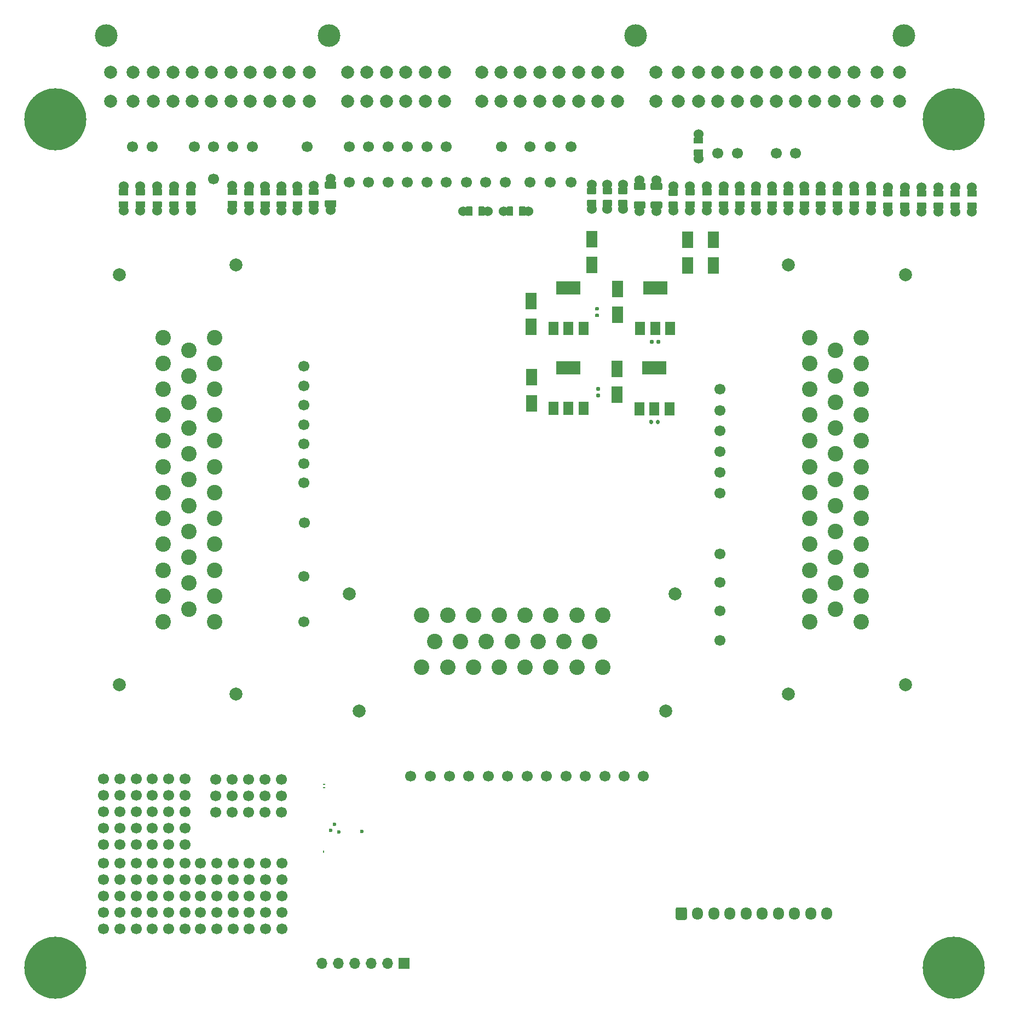
<source format=gts>
G04 #@! TF.GenerationSoftware,KiCad,Pcbnew,(5.99.0-13086-gffd1139cfe)*
G04 #@! TF.CreationDate,2021-12-30T00:07:05+03:00*
G04 #@! TF.ProjectId,proteus-mitsubishi76-adapter,70726f74-6575-4732-9d6d-697473756269,rev?*
G04 #@! TF.SameCoordinates,PX88c1c40PYce16ca0*
G04 #@! TF.FileFunction,Soldermask,Top*
G04 #@! TF.FilePolarity,Negative*
%FSLAX46Y46*%
G04 Gerber Fmt 4.6, Leading zero omitted, Abs format (unit mm)*
G04 Created by KiCad (PCBNEW (5.99.0-13086-gffd1139cfe)) date 2021-12-30 00:07:05*
%MOMM*%
%LPD*%
G01*
G04 APERTURE LIST*
%ADD10C,2.000000*%
%ADD11C,2.400000*%
%ADD12C,1.700000*%
%ADD13C,1.524000*%
%ADD14O,0.250000X0.499999*%
%ADD15O,0.499999X0.250000*%
%ADD16C,0.599999*%
%ADD17R,1.800000X2.500000*%
%ADD18R,1.500000X2.000000*%
%ADD19R,3.800000X2.000000*%
%ADD20C,9.600000*%
%ADD21C,5.400000*%
%ADD22R,1.700000X1.700000*%
%ADD23O,1.700000X1.700000*%
%ADD24O,1.700000X1.950000*%
%ADD25C,3.500000*%
G04 APERTURE END LIST*
D10*
G04 #@! TO.C,BRD1*
X33000000Y114675001D03*
X33000000Y48275001D03*
X14900000Y49775001D03*
X100900000Y63775001D03*
X136500000Y49775001D03*
X14900000Y113175001D03*
X136500000Y113175001D03*
X52000000Y45675001D03*
X99400000Y45675001D03*
X118400000Y114675001D03*
X50500000Y63775001D03*
X118400000Y48275001D03*
D11*
X129700000Y59475001D03*
X129700000Y63475001D03*
X129700000Y67475001D03*
X129700000Y71475001D03*
X129700000Y75475001D03*
X129700000Y79475001D03*
X129700000Y83475001D03*
X129700000Y87475001D03*
X129700000Y91475001D03*
X129700000Y95475001D03*
X129700000Y99475001D03*
X129700000Y103475001D03*
X125700000Y61475001D03*
X125700000Y65475001D03*
X125700000Y69475001D03*
X125700000Y73475001D03*
X125700000Y77475001D03*
X125700000Y81475001D03*
X125700000Y85475001D03*
X125700000Y89475001D03*
X125700000Y93475001D03*
X125700000Y97475001D03*
X125700000Y101475001D03*
X121700000Y59475001D03*
X121700000Y63475001D03*
X121700000Y67475001D03*
X121700000Y71475001D03*
X121700000Y75475001D03*
X121700000Y79475001D03*
X121700000Y83475001D03*
X121700000Y87475001D03*
X121700000Y91475001D03*
X121700000Y95475001D03*
X121700000Y99475001D03*
X121700000Y103475001D03*
X61700000Y52475001D03*
X65700000Y52475001D03*
X69700000Y52475001D03*
X73700000Y52475001D03*
X77700000Y52475001D03*
X81700000Y52475001D03*
X85700000Y52475001D03*
X89700000Y52475001D03*
X63700000Y56475001D03*
X67700000Y56475001D03*
X71700000Y56475001D03*
X75700000Y56475001D03*
X79700000Y56475001D03*
X83700000Y56475001D03*
X87700000Y56475001D03*
X61700000Y60475001D03*
X65700000Y60475001D03*
X69700000Y60475001D03*
X73700000Y60475001D03*
X77700000Y60475001D03*
X81700000Y60475001D03*
X85700000Y60475001D03*
X89700000Y60475001D03*
X21700000Y103475001D03*
X21700000Y99475001D03*
X21700000Y95475001D03*
X21700000Y91475001D03*
X21700000Y87475001D03*
X21700000Y83475001D03*
X21700000Y79475001D03*
X21700000Y75475001D03*
X21700000Y71475001D03*
X21700000Y67475001D03*
X21700000Y63475001D03*
X21700000Y59475001D03*
X25700000Y101475001D03*
X25700000Y97475001D03*
X25700000Y93475001D03*
X25700000Y89475001D03*
X25700000Y85475001D03*
X25700000Y81475001D03*
X25700000Y77475001D03*
X25700000Y73475001D03*
X25700000Y69475001D03*
X25700000Y65475001D03*
X25700000Y61475001D03*
X29700000Y103475001D03*
X29700000Y99475001D03*
X29700000Y95475001D03*
X29700000Y91475001D03*
X29700000Y87475001D03*
X29700000Y83475001D03*
X29700000Y79475001D03*
X29700000Y75475001D03*
X29700000Y71475001D03*
X29700000Y67475001D03*
X29700000Y63475001D03*
X29700000Y59475001D03*
G04 #@! TD*
D12*
G04 #@! TO.C,P26*
X50500000Y127500000D03*
G04 #@! TD*
G04 #@! TO.C,P27*
X44000000Y133000000D03*
G04 #@! TD*
G04 #@! TO.C,P10*
X81600000Y127500000D03*
G04 #@! TD*
G04 #@! TO.C,P44*
X107800000Y95500000D03*
G04 #@! TD*
D13*
G04 #@! TO.C,R28*
X26000000Y126905000D03*
G36*
G01*
X25375000Y126450001D02*
X26625000Y126450001D01*
G75*
G02*
X26725000Y126350001I0J-100000D01*
G01*
X26725000Y125550001D01*
G75*
G02*
X26625000Y125450001I-100000J0D01*
G01*
X25375000Y125450001D01*
G75*
G02*
X25275000Y125550001I0J100000D01*
G01*
X25275000Y126350001D01*
G75*
G02*
X25375000Y126450001I100000J0D01*
G01*
G37*
G36*
G01*
X25375000Y124549979D02*
X26625000Y124549979D01*
G75*
G02*
X26725000Y124449979I0J-100000D01*
G01*
X26725000Y123649979D01*
G75*
G02*
X26625000Y123549979I-100000J0D01*
G01*
X25375000Y123549979D01*
G75*
G02*
X25275000Y123649979I0J100000D01*
G01*
X25275000Y124449979D01*
G75*
G02*
X25375000Y124549979I100000J0D01*
G01*
G37*
X26000000Y123095000D03*
G04 #@! TD*
G04 #@! TO.C,R9*
X146800000Y126705000D03*
G36*
G01*
X146175000Y126250001D02*
X147425000Y126250001D01*
G75*
G02*
X147525000Y126150001I0J-100000D01*
G01*
X147525000Y125350001D01*
G75*
G02*
X147425000Y125250001I-100000J0D01*
G01*
X146175000Y125250001D01*
G75*
G02*
X146075000Y125350001I0J100000D01*
G01*
X146075000Y126150001D01*
G75*
G02*
X146175000Y126250001I100000J0D01*
G01*
G37*
X146800000Y122895000D03*
G36*
G01*
X146175000Y124349979D02*
X147425000Y124349979D01*
G75*
G02*
X147525000Y124249979I0J-100000D01*
G01*
X147525000Y123449979D01*
G75*
G02*
X147425000Y123349979I-100000J0D01*
G01*
X146175000Y123349979D01*
G75*
G02*
X146075000Y123449979I0J100000D01*
G01*
X146075000Y124249979D01*
G75*
G02*
X146175000Y124349979I100000J0D01*
G01*
G37*
G04 #@! TD*
D14*
G04 #@! TO.C,M2*
X46556666Y23962505D03*
D15*
X46606664Y34312499D03*
X46606664Y33812498D03*
D16*
X47656662Y27262501D03*
X48181662Y28137503D03*
X48931660Y26962499D03*
X52481661Y27037502D03*
G04 #@! TD*
G04 #@! TO.C,R3*
G36*
G01*
X133175000Y126250001D02*
X134425000Y126250001D01*
G75*
G02*
X134525000Y126150001I0J-100000D01*
G01*
X134525000Y125350001D01*
G75*
G02*
X134425000Y125250001I-100000J0D01*
G01*
X133175000Y125250001D01*
G75*
G02*
X133075000Y125350001I0J100000D01*
G01*
X133075000Y126150001D01*
G75*
G02*
X133175000Y126250001I100000J0D01*
G01*
G37*
D13*
X133800000Y126705000D03*
X133800000Y122895000D03*
G36*
G01*
X133175000Y124349979D02*
X134425000Y124349979D01*
G75*
G02*
X134525000Y124249979I0J-100000D01*
G01*
X134525000Y123449979D01*
G75*
G02*
X134425000Y123349979I-100000J0D01*
G01*
X133175000Y123349979D01*
G75*
G02*
X133075000Y123449979I0J100000D01*
G01*
X133075000Y124249979D01*
G75*
G02*
X133175000Y124349979I100000J0D01*
G01*
G37*
G04 #@! TD*
D12*
G04 #@! TO.C,P19*
X53500000Y133000000D03*
G04 #@! TD*
G04 #@! TO.C,P57*
X87000000Y35600000D03*
G04 #@! TD*
G04 #@! TO.C,P53*
X90000000Y35600000D03*
G04 #@! TD*
G04 #@! TO.C,R17*
G36*
G01*
X110275000Y126450001D02*
X111525000Y126450001D01*
G75*
G02*
X111625000Y126350001I0J-100000D01*
G01*
X111625000Y125550001D01*
G75*
G02*
X111525000Y125450001I-100000J0D01*
G01*
X110275000Y125450001D01*
G75*
G02*
X110175000Y125550001I0J100000D01*
G01*
X110175000Y126350001D01*
G75*
G02*
X110275000Y126450001I100000J0D01*
G01*
G37*
D13*
X110900000Y126905000D03*
G36*
G01*
X110275000Y124549979D02*
X111525000Y124549979D01*
G75*
G02*
X111625000Y124449979I0J-100000D01*
G01*
X111625000Y123649979D01*
G75*
G02*
X111525000Y123549979I-100000J0D01*
G01*
X110275000Y123549979D01*
G75*
G02*
X110175000Y123649979I0J100000D01*
G01*
X110175000Y124449979D01*
G75*
G02*
X110275000Y124549979I100000J0D01*
G01*
G37*
X110900000Y123095000D03*
G04 #@! TD*
G04 #@! TO.C,R35*
G36*
G01*
X89775000Y126650001D02*
X91025000Y126650001D01*
G75*
G02*
X91125000Y126550001I0J-100000D01*
G01*
X91125000Y125750001D01*
G75*
G02*
X91025000Y125650001I-100000J0D01*
G01*
X89775000Y125650001D01*
G75*
G02*
X89675000Y125750001I0J100000D01*
G01*
X89675000Y126550001D01*
G75*
G02*
X89775000Y126650001I100000J0D01*
G01*
G37*
X90400000Y127105000D03*
X90400000Y123295000D03*
G36*
G01*
X89775000Y124749979D02*
X91025000Y124749979D01*
G75*
G02*
X91125000Y124649979I0J-100000D01*
G01*
X91125000Y123849979D01*
G75*
G02*
X91025000Y123749979I-100000J0D01*
G01*
X89775000Y123749979D01*
G75*
G02*
X89675000Y123849979I0J100000D01*
G01*
X89675000Y124649979D01*
G75*
G02*
X89775000Y124749979I100000J0D01*
G01*
G37*
G04 #@! TD*
D12*
G04 #@! TO.C,P61*
X43500000Y90000000D03*
G04 #@! TD*
D13*
G04 #@! TO.C,R15*
X118400000Y126905000D03*
G36*
G01*
X117775000Y126450001D02*
X119025000Y126450001D01*
G75*
G02*
X119125000Y126350001I0J-100000D01*
G01*
X119125000Y125550001D01*
G75*
G02*
X119025000Y125450001I-100000J0D01*
G01*
X117775000Y125450001D01*
G75*
G02*
X117675000Y125550001I0J100000D01*
G01*
X117675000Y126350001D01*
G75*
G02*
X117775000Y126450001I100000J0D01*
G01*
G37*
G36*
G01*
X117775000Y124549979D02*
X119025000Y124549979D01*
G75*
G02*
X119125000Y124449979I0J-100000D01*
G01*
X119125000Y123649979D01*
G75*
G02*
X119025000Y123549979I-100000J0D01*
G01*
X117775000Y123549979D01*
G75*
G02*
X117675000Y123649979I0J100000D01*
G01*
X117675000Y124449979D01*
G75*
G02*
X117775000Y124549979I100000J0D01*
G01*
G37*
X118400000Y123095000D03*
G04 #@! TD*
D12*
G04 #@! TO.C,P25*
X53500000Y127500000D03*
G04 #@! TD*
G04 #@! TO.C,P3*
X110500000Y132000000D03*
G04 #@! TD*
G04 #@! TO.C,P67*
X43500000Y59500000D03*
G04 #@! TD*
G04 #@! TO.C,R11*
G36*
G01*
X135775000Y126250001D02*
X137025000Y126250001D01*
G75*
G02*
X137125000Y126150001I0J-100000D01*
G01*
X137125000Y125350001D01*
G75*
G02*
X137025000Y125250001I-100000J0D01*
G01*
X135775000Y125250001D01*
G75*
G02*
X135675000Y125350001I0J100000D01*
G01*
X135675000Y126150001D01*
G75*
G02*
X135775000Y126250001I100000J0D01*
G01*
G37*
D13*
X136400000Y126705000D03*
X136400000Y122895000D03*
G36*
G01*
X135775000Y124349979D02*
X137025000Y124349979D01*
G75*
G02*
X137125000Y124249979I0J-100000D01*
G01*
X137125000Y123449979D01*
G75*
G02*
X137025000Y123349979I-100000J0D01*
G01*
X135775000Y123349979D01*
G75*
G02*
X135675000Y123449979I0J100000D01*
G01*
X135675000Y124249979D01*
G75*
G02*
X135775000Y124349979I100000J0D01*
G01*
G37*
G04 #@! TD*
D12*
G04 #@! TO.C,G8*
X20000000Y12000000D03*
X20000000Y14540000D03*
X20000000Y17080000D03*
X20000000Y19620000D03*
X20000000Y22160000D03*
X22540000Y12000000D03*
X22540000Y14540000D03*
X22540000Y17080000D03*
X22540000Y19620000D03*
X22540000Y22160000D03*
X25080000Y12000000D03*
X25080000Y14540000D03*
X25080000Y17080000D03*
X25080000Y19620000D03*
X25080000Y22160000D03*
G04 #@! TD*
G04 #@! TO.C,P35*
X107800000Y92200000D03*
G04 #@! TD*
D17*
G04 #@! TO.C,D3*
X102800000Y114600000D03*
X102800000Y118600000D03*
G04 #@! TD*
G04 #@! TO.C,R39*
G36*
G01*
X89185000Y94220000D02*
X88815000Y94220000D01*
G75*
G02*
X88680000Y94355000I0J135000D01*
G01*
X88680000Y94625000D01*
G75*
G02*
X88815000Y94760000I135000J0D01*
G01*
X89185000Y94760000D01*
G75*
G02*
X89320000Y94625000I0J-135000D01*
G01*
X89320000Y94355000D01*
G75*
G02*
X89185000Y94220000I-135000J0D01*
G01*
G37*
G36*
G01*
X89185000Y95240000D02*
X88815000Y95240000D01*
G75*
G02*
X88680000Y95375000I0J135000D01*
G01*
X88680000Y95645000D01*
G75*
G02*
X88815000Y95780000I135000J0D01*
G01*
X89185000Y95780000D01*
G75*
G02*
X89320000Y95645000I0J-135000D01*
G01*
X89320000Y95375000D01*
G75*
G02*
X89185000Y95240000I-135000J0D01*
G01*
G37*
G04 #@! TD*
D12*
G04 #@! TO.C,P24*
X56500000Y127500000D03*
G04 #@! TD*
D18*
G04 #@! TO.C,Q3*
X82100000Y92500000D03*
X84400000Y92500000D03*
X86700000Y92500000D03*
D19*
X84400000Y98800000D03*
G04 #@! TD*
D12*
G04 #@! TO.C,G2*
X12460000Y25000000D03*
X12460000Y27540000D03*
X12460000Y30080000D03*
X12460000Y32620000D03*
X12460000Y35160000D03*
X15000000Y25000000D03*
X15000000Y27540000D03*
X15000000Y30080000D03*
X15000000Y32620000D03*
X15000000Y35160000D03*
X17540000Y25000000D03*
X17540000Y27540000D03*
X17540000Y30080000D03*
X17540000Y32620000D03*
X17540000Y35160000D03*
G04 #@! TD*
G04 #@! TO.C,P51*
X69000000Y35600000D03*
G04 #@! TD*
D20*
G04 #@! TO.C,H2*
X5000000Y6000000D03*
D21*
X5000000Y6000000D03*
G04 #@! TD*
D12*
G04 #@! TO.C,P18*
X56500000Y133000000D03*
G04 #@! TD*
G04 #@! TO.C,R5*
G36*
G01*
X122775000Y126450001D02*
X124025000Y126450001D01*
G75*
G02*
X124125000Y126350001I0J-100000D01*
G01*
X124125000Y125550001D01*
G75*
G02*
X124025000Y125450001I-100000J0D01*
G01*
X122775000Y125450001D01*
G75*
G02*
X122675000Y125550001I0J100000D01*
G01*
X122675000Y126350001D01*
G75*
G02*
X122775000Y126450001I100000J0D01*
G01*
G37*
D13*
X123400000Y126905000D03*
X123400000Y123095000D03*
G36*
G01*
X122775000Y124549979D02*
X124025000Y124549979D01*
G75*
G02*
X124125000Y124449979I0J-100000D01*
G01*
X124125000Y123649979D01*
G75*
G02*
X124025000Y123549979I-100000J0D01*
G01*
X122775000Y123549979D01*
G75*
G02*
X122675000Y123649979I0J100000D01*
G01*
X122675000Y124449979D01*
G75*
G02*
X122775000Y124549979I100000J0D01*
G01*
G37*
G04 #@! TD*
D17*
G04 #@! TO.C,D2*
X106800000Y114600000D03*
X106800000Y118600000D03*
G04 #@! TD*
D18*
G04 #@! TO.C,Q4*
X82100000Y104850000D03*
X84400000Y104850000D03*
X86700000Y104850000D03*
D19*
X84400000Y111150000D03*
G04 #@! TD*
D12*
G04 #@! TO.C,P55*
X93000000Y35600000D03*
G04 #@! TD*
G04 #@! TO.C,R32*
G36*
G01*
X36875000Y126450001D02*
X38125000Y126450001D01*
G75*
G02*
X38225000Y126350001I0J-100000D01*
G01*
X38225000Y125550001D01*
G75*
G02*
X38125000Y125450001I-100000J0D01*
G01*
X36875000Y125450001D01*
G75*
G02*
X36775000Y125550001I0J100000D01*
G01*
X36775000Y126350001D01*
G75*
G02*
X36875000Y126450001I100000J0D01*
G01*
G37*
D13*
X37500000Y126905000D03*
G36*
G01*
X36875000Y124549979D02*
X38125000Y124549979D01*
G75*
G02*
X38225000Y124449979I0J-100000D01*
G01*
X38225000Y123649979D01*
G75*
G02*
X38125000Y123549979I-100000J0D01*
G01*
X36875000Y123549979D01*
G75*
G02*
X36775000Y123649979I0J100000D01*
G01*
X36775000Y124449979D01*
G75*
G02*
X36875000Y124549979I100000J0D01*
G01*
G37*
X37500000Y123095000D03*
G04 #@! TD*
G04 #@! TO.C,F1*
X98000000Y127850000D03*
G36*
G01*
X97100000Y126505010D02*
X97100000Y127195010D01*
G75*
G02*
X97330000Y127425010I230000J0D01*
G01*
X98670000Y127425010D01*
G75*
G02*
X98900000Y127195010I0J-230000D01*
G01*
X98900000Y126505010D01*
G75*
G02*
X98670000Y126275010I-230000J0D01*
G01*
X97330000Y126275010D01*
G75*
G02*
X97100000Y126505010I0J230000D01*
G01*
G37*
X98000000Y122950000D03*
G36*
G01*
X97100000Y123604990D02*
X97100000Y124294990D01*
G75*
G02*
X97330000Y124524990I230000J0D01*
G01*
X98670000Y124524990D01*
G75*
G02*
X98900000Y124294990I0J-230000D01*
G01*
X98900000Y123604990D01*
G75*
G02*
X98670000Y123374990I-230000J0D01*
G01*
X97330000Y123374990D01*
G75*
G02*
X97100000Y123604990I0J230000D01*
G01*
G37*
G04 #@! TD*
G04 #@! TO.C,R4*
X128600000Y126905000D03*
G36*
G01*
X127975000Y126450001D02*
X129225000Y126450001D01*
G75*
G02*
X129325000Y126350001I0J-100000D01*
G01*
X129325000Y125550001D01*
G75*
G02*
X129225000Y125450001I-100000J0D01*
G01*
X127975000Y125450001D01*
G75*
G02*
X127875000Y125550001I0J100000D01*
G01*
X127875000Y126350001D01*
G75*
G02*
X127975000Y126450001I100000J0D01*
G01*
G37*
X128600000Y123095000D03*
G36*
G01*
X127975000Y124549979D02*
X129225000Y124549979D01*
G75*
G02*
X129325000Y124449979I0J-100000D01*
G01*
X129325000Y123649979D01*
G75*
G02*
X129225000Y123549979I-100000J0D01*
G01*
X127975000Y123549979D01*
G75*
G02*
X127875000Y123649979I0J100000D01*
G01*
X127875000Y124449979D01*
G75*
G02*
X127975000Y124549979I100000J0D01*
G01*
G37*
G04 #@! TD*
D12*
G04 #@! TO.C,P65*
X43500000Y81000000D03*
G04 #@! TD*
G04 #@! TO.C,R25*
G36*
G01*
X44375000Y126500000D02*
X45625000Y126500000D01*
G75*
G02*
X45725000Y126400000I0J-100000D01*
G01*
X45725000Y125600000D01*
G75*
G02*
X45625000Y125500000I-100000J0D01*
G01*
X44375000Y125500000D01*
G75*
G02*
X44275000Y125600000I0J100000D01*
G01*
X44275000Y126400000D01*
G75*
G02*
X44375000Y126500000I100000J0D01*
G01*
G37*
D13*
X45000000Y126954999D03*
G36*
G01*
X44375000Y124599978D02*
X45625000Y124599978D01*
G75*
G02*
X45725000Y124499978I0J-100000D01*
G01*
X45725000Y123699978D01*
G75*
G02*
X45625000Y123599978I-100000J0D01*
G01*
X44375000Y123599978D01*
G75*
G02*
X44275000Y123699978I0J100000D01*
G01*
X44275000Y124499978D01*
G75*
G02*
X44375000Y124599978I100000J0D01*
G01*
G37*
X45000000Y123144999D03*
G04 #@! TD*
D12*
G04 #@! TO.C,P21*
X65500000Y127500000D03*
G04 #@! TD*
G04 #@! TO.C,P64*
X43500000Y87000000D03*
G04 #@! TD*
G04 #@! TO.C,P28*
X35500000Y133000000D03*
G04 #@! TD*
G04 #@! TO.C,G5*
X35000000Y12000000D03*
X35000000Y14540000D03*
X35000000Y17080000D03*
X35000000Y19620000D03*
X35000000Y22160000D03*
X37540000Y12000000D03*
X37540000Y14540000D03*
X37540000Y17080000D03*
X37540000Y19620000D03*
X37540000Y22160000D03*
X40080000Y12000000D03*
X40080000Y14540000D03*
X40080000Y17080000D03*
X40080000Y19620000D03*
X40080000Y22160000D03*
G04 #@! TD*
D22*
G04 #@! TO.C,J4*
X59000000Y6650000D03*
D23*
X56460000Y6650000D03*
X53920000Y6650000D03*
X51380000Y6650000D03*
X48840000Y6650000D03*
X46300000Y6650000D03*
G04 #@! TD*
D12*
G04 #@! TO.C,P45*
X107800000Y89000000D03*
G04 #@! TD*
G04 #@! TO.C,P5*
X84800000Y133000000D03*
G04 #@! TD*
G04 #@! TO.C,G7*
X20000000Y25000000D03*
X20000000Y27540000D03*
X20000000Y30080000D03*
X20000000Y32620000D03*
X20000000Y35160000D03*
X22540000Y25000000D03*
X22540000Y27540000D03*
X22540000Y30080000D03*
X22540000Y32620000D03*
X22540000Y35160000D03*
X25080000Y25000000D03*
X25080000Y27540000D03*
X25080000Y30080000D03*
X25080000Y32620000D03*
X25080000Y35160000D03*
G04 #@! TD*
D13*
G04 #@! TO.C,R20*
X78205000Y123000000D03*
G36*
G01*
X77750001Y123625000D02*
X77750001Y122375000D01*
G75*
G02*
X77650001Y122275000I-100000J0D01*
G01*
X76850001Y122275000D01*
G75*
G02*
X76750001Y122375000I0J100000D01*
G01*
X76750001Y123625000D01*
G75*
G02*
X76850001Y123725000I100000J0D01*
G01*
X77650001Y123725000D01*
G75*
G02*
X77750001Y123625000I0J-100000D01*
G01*
G37*
X74395000Y123000000D03*
G36*
G01*
X75849979Y123625000D02*
X75849979Y122375000D01*
G75*
G02*
X75749979Y122275000I-100000J0D01*
G01*
X74949979Y122275000D01*
G75*
G02*
X74849979Y122375000I0J100000D01*
G01*
X74849979Y123625000D01*
G75*
G02*
X74949979Y123725000I100000J0D01*
G01*
X75749979Y123725000D01*
G75*
G02*
X75849979Y123625000I0J-100000D01*
G01*
G37*
G04 #@! TD*
D12*
G04 #@! TO.C,P59*
X43500000Y96000000D03*
G04 #@! TD*
G04 #@! TO.C,R27*
G36*
G01*
X31775000Y126500000D02*
X33025000Y126500000D01*
G75*
G02*
X33125000Y126400000I0J-100000D01*
G01*
X33125000Y125600000D01*
G75*
G02*
X33025000Y125500000I-100000J0D01*
G01*
X31775000Y125500000D01*
G75*
G02*
X31675000Y125600000I0J100000D01*
G01*
X31675000Y126400000D01*
G75*
G02*
X31775000Y126500000I100000J0D01*
G01*
G37*
D13*
X32400000Y126954999D03*
X32400000Y123144999D03*
G36*
G01*
X31775000Y124599978D02*
X33025000Y124599978D01*
G75*
G02*
X33125000Y124499978I0J-100000D01*
G01*
X33125000Y123699978D01*
G75*
G02*
X33025000Y123599978I-100000J0D01*
G01*
X31775000Y123599978D01*
G75*
G02*
X31675000Y123699978I0J100000D01*
G01*
X31675000Y124499978D01*
G75*
G02*
X31775000Y124599978I100000J0D01*
G01*
G37*
G04 #@! TD*
G04 #@! TO.C,R7*
G36*
G01*
X107775000Y126450001D02*
X109025000Y126450001D01*
G75*
G02*
X109125000Y126350001I0J-100000D01*
G01*
X109125000Y125550001D01*
G75*
G02*
X109025000Y125450001I-100000J0D01*
G01*
X107775000Y125450001D01*
G75*
G02*
X107675000Y125550001I0J100000D01*
G01*
X107675000Y126350001D01*
G75*
G02*
X107775000Y126450001I100000J0D01*
G01*
G37*
X108400000Y126905000D03*
X108400000Y123095000D03*
G36*
G01*
X107775000Y124549979D02*
X109025000Y124549979D01*
G75*
G02*
X109125000Y124449979I0J-100000D01*
G01*
X109125000Y123649979D01*
G75*
G02*
X109025000Y123549979I-100000J0D01*
G01*
X107775000Y123549979D01*
G75*
G02*
X107675000Y123649979I0J100000D01*
G01*
X107675000Y124449979D01*
G75*
G02*
X107775000Y124549979I100000J0D01*
G01*
G37*
G04 #@! TD*
D20*
G04 #@! TO.C,H1*
X144000000Y137200000D03*
D21*
X144000000Y137200000D03*
G04 #@! TD*
G04 #@! TO.C,H4*
X144000000Y6000000D03*
D20*
X144000000Y6000000D03*
G04 #@! TD*
D12*
G04 #@! TO.C,P17*
X59500000Y132990001D03*
G04 #@! TD*
G04 #@! TO.C,P2*
X116500000Y132000000D03*
G04 #@! TD*
G04 #@! TO.C,P30*
X29500000Y133000000D03*
G04 #@! TD*
G04 #@! TO.C,P34*
X29500000Y128000000D03*
G04 #@! TD*
G04 #@! TO.C,P56*
X96000000Y35600000D03*
G04 #@! TD*
G04 #@! TO.C,P31*
X26500000Y133000000D03*
G04 #@! TD*
G04 #@! TO.C,P4*
X107500000Y132000000D03*
G04 #@! TD*
D17*
G04 #@! TO.C,D4*
X91900000Y98600000D03*
X91900000Y94600000D03*
G04 #@! TD*
D12*
G04 #@! TO.C,P40*
X107800000Y65600000D03*
G04 #@! TD*
G04 #@! TO.C,P12*
X74600000Y127500000D03*
G04 #@! TD*
D17*
G04 #@! TO.C,D7*
X78600000Y109100000D03*
X78600000Y105100000D03*
G04 #@! TD*
D12*
G04 #@! TO.C,P23*
X59500000Y127500000D03*
G04 #@! TD*
D13*
G04 #@! TO.C,R23*
X40000000Y126905000D03*
G36*
G01*
X39375000Y126450001D02*
X40625000Y126450001D01*
G75*
G02*
X40725000Y126350001I0J-100000D01*
G01*
X40725000Y125550001D01*
G75*
G02*
X40625000Y125450001I-100000J0D01*
G01*
X39375000Y125450001D01*
G75*
G02*
X39275000Y125550001I0J100000D01*
G01*
X39275000Y126350001D01*
G75*
G02*
X39375000Y126450001I100000J0D01*
G01*
G37*
G36*
G01*
X39375000Y124549979D02*
X40625000Y124549979D01*
G75*
G02*
X40725000Y124449979I0J-100000D01*
G01*
X40725000Y123649979D01*
G75*
G02*
X40625000Y123549979I-100000J0D01*
G01*
X39375000Y123549979D01*
G75*
G02*
X39275000Y123649979I0J100000D01*
G01*
X39275000Y124449979D01*
G75*
G02*
X39375000Y124549979I100000J0D01*
G01*
G37*
X40000000Y123095000D03*
G04 #@! TD*
G04 #@! TO.C,R1*
G36*
G01*
X143575000Y126250001D02*
X144825000Y126250001D01*
G75*
G02*
X144925000Y126150001I0J-100000D01*
G01*
X144925000Y125350001D01*
G75*
G02*
X144825000Y125250001I-100000J0D01*
G01*
X143575000Y125250001D01*
G75*
G02*
X143475000Y125350001I0J100000D01*
G01*
X143475000Y126150001D01*
G75*
G02*
X143575000Y126250001I100000J0D01*
G01*
G37*
X144200000Y126705000D03*
X144200000Y122895000D03*
G36*
G01*
X143575000Y124349979D02*
X144825000Y124349979D01*
G75*
G02*
X144925000Y124249979I0J-100000D01*
G01*
X144925000Y123449979D01*
G75*
G02*
X144825000Y123349979I-100000J0D01*
G01*
X143575000Y123349979D01*
G75*
G02*
X143475000Y123449979I0J100000D01*
G01*
X143475000Y124249979D01*
G75*
G02*
X143575000Y124349979I100000J0D01*
G01*
G37*
G04 #@! TD*
D12*
G04 #@! TO.C,P36*
X63000000Y35600000D03*
G04 #@! TD*
G04 #@! TO.C,P14*
X68600000Y127500000D03*
G04 #@! TD*
G04 #@! TO.C,P41*
X107800000Y56600000D03*
G04 #@! TD*
G04 #@! TO.C,P13*
X71600000Y127500000D03*
G04 #@! TD*
D17*
G04 #@! TO.C,D1*
X88000000Y114700000D03*
X88000000Y118700000D03*
G04 #@! TD*
D13*
G04 #@! TO.C,R31*
X15600000Y126905000D03*
G36*
G01*
X14975000Y126450001D02*
X16225000Y126450001D01*
G75*
G02*
X16325000Y126350001I0J-100000D01*
G01*
X16325000Y125550001D01*
G75*
G02*
X16225000Y125450001I-100000J0D01*
G01*
X14975000Y125450001D01*
G75*
G02*
X14875000Y125550001I0J100000D01*
G01*
X14875000Y126350001D01*
G75*
G02*
X14975000Y126450001I100000J0D01*
G01*
G37*
G36*
G01*
X14975000Y124549979D02*
X16225000Y124549979D01*
G75*
G02*
X16325000Y124449979I0J-100000D01*
G01*
X16325000Y123649979D01*
G75*
G02*
X16225000Y123549979I-100000J0D01*
G01*
X14975000Y123549979D01*
G75*
G02*
X14875000Y123649979I0J100000D01*
G01*
X14875000Y124449979D01*
G75*
G02*
X14975000Y124549979I100000J0D01*
G01*
G37*
X15600000Y123095000D03*
G04 #@! TD*
G04 #@! TO.C,R34*
G36*
G01*
X102575000Y126450001D02*
X103825000Y126450001D01*
G75*
G02*
X103925000Y126350001I0J-100000D01*
G01*
X103925000Y125550001D01*
G75*
G02*
X103825000Y125450001I-100000J0D01*
G01*
X102575000Y125450001D01*
G75*
G02*
X102475000Y125550001I0J100000D01*
G01*
X102475000Y126350001D01*
G75*
G02*
X102575000Y126450001I100000J0D01*
G01*
G37*
X103200000Y126905000D03*
G36*
G01*
X102575000Y124549979D02*
X103825000Y124549979D01*
G75*
G02*
X103925000Y124449979I0J-100000D01*
G01*
X103925000Y123649979D01*
G75*
G02*
X103825000Y123549979I-100000J0D01*
G01*
X102575000Y123549979D01*
G75*
G02*
X102475000Y123649979I0J100000D01*
G01*
X102475000Y124449979D01*
G75*
G02*
X102575000Y124549979I100000J0D01*
G01*
G37*
X103200000Y123095000D03*
G04 #@! TD*
D12*
G04 #@! TO.C,G6*
X40000000Y30000000D03*
X37460000Y30000000D03*
X34920000Y30000000D03*
X32380000Y30000000D03*
X29840000Y30000000D03*
X40000000Y32540000D03*
X37460000Y32540000D03*
X34920000Y32540000D03*
X32380000Y32540000D03*
X29840000Y32540000D03*
X40000000Y35080000D03*
X37460000Y35080000D03*
X34920000Y35080000D03*
X32380000Y35080000D03*
X29840000Y35080000D03*
G04 #@! TD*
G04 #@! TO.C,R16*
G36*
G01*
X115275000Y126450001D02*
X116525000Y126450001D01*
G75*
G02*
X116625000Y126350001I0J-100000D01*
G01*
X116625000Y125550001D01*
G75*
G02*
X116525000Y125450001I-100000J0D01*
G01*
X115275000Y125450001D01*
G75*
G02*
X115175000Y125550001I0J100000D01*
G01*
X115175000Y126350001D01*
G75*
G02*
X115275000Y126450001I100000J0D01*
G01*
G37*
D13*
X115900000Y126905000D03*
G36*
G01*
X115275000Y124549979D02*
X116525000Y124549979D01*
G75*
G02*
X116625000Y124449979I0J-100000D01*
G01*
X116625000Y123649979D01*
G75*
G02*
X116525000Y123549979I-100000J0D01*
G01*
X115275000Y123549979D01*
G75*
G02*
X115175000Y123649979I0J100000D01*
G01*
X115175000Y124449979D01*
G75*
G02*
X115275000Y124549979I100000J0D01*
G01*
G37*
X115900000Y123095000D03*
G04 #@! TD*
D12*
G04 #@! TO.C,P58*
X81000000Y35600000D03*
G04 #@! TD*
G04 #@! TO.C,P50*
X78000000Y35600000D03*
G04 #@! TD*
G04 #@! TO.C,P7*
X78400000Y133000000D03*
G04 #@! TD*
G04 #@! TO.C,R37*
G36*
G01*
X98480000Y90585000D02*
X98480000Y90215000D01*
G75*
G02*
X98345000Y90080000I-135000J0D01*
G01*
X98075000Y90080000D01*
G75*
G02*
X97940000Y90215000I0J135000D01*
G01*
X97940000Y90585000D01*
G75*
G02*
X98075000Y90720000I135000J0D01*
G01*
X98345000Y90720000D01*
G75*
G02*
X98480000Y90585000I0J-135000D01*
G01*
G37*
G36*
G01*
X97460000Y90585000D02*
X97460000Y90215000D01*
G75*
G02*
X97325000Y90080000I-135000J0D01*
G01*
X97055000Y90080000D01*
G75*
G02*
X96920000Y90215000I0J135000D01*
G01*
X96920000Y90585000D01*
G75*
G02*
X97055000Y90720000I135000J0D01*
G01*
X97325000Y90720000D01*
G75*
G02*
X97460000Y90585000I0J-135000D01*
G01*
G37*
G04 #@! TD*
D20*
G04 #@! TO.C,H3*
X5000000Y137200000D03*
D21*
X5000000Y137200000D03*
G04 #@! TD*
D12*
G04 #@! TO.C,P29*
X32500000Y133000000D03*
G04 #@! TD*
G04 #@! TO.C,R38*
G36*
G01*
X98580000Y102985000D02*
X98580000Y102615000D01*
G75*
G02*
X98445000Y102480000I-135000J0D01*
G01*
X98175000Y102480000D01*
G75*
G02*
X98040000Y102615000I0J135000D01*
G01*
X98040000Y102985000D01*
G75*
G02*
X98175000Y103120000I135000J0D01*
G01*
X98445000Y103120000D01*
G75*
G02*
X98580000Y102985000I0J-135000D01*
G01*
G37*
G36*
G01*
X97560000Y102985000D02*
X97560000Y102615000D01*
G75*
G02*
X97425000Y102480000I-135000J0D01*
G01*
X97155000Y102480000D01*
G75*
G02*
X97020000Y102615000I0J135000D01*
G01*
X97020000Y102985000D01*
G75*
G02*
X97155000Y103120000I135000J0D01*
G01*
X97425000Y103120000D01*
G75*
G02*
X97560000Y102985000I0J-135000D01*
G01*
G37*
G04 #@! TD*
G04 #@! TO.C,P32*
X20000000Y133000000D03*
G04 #@! TD*
G04 #@! TO.C,P48*
X107800000Y79400000D03*
G04 #@! TD*
G04 #@! TO.C,R33*
G36*
G01*
X99975000Y126400022D02*
X101225000Y126400022D01*
G75*
G02*
X101325000Y126300022I0J-100000D01*
G01*
X101325000Y125500022D01*
G75*
G02*
X101225000Y125400022I-100000J0D01*
G01*
X99975000Y125400022D01*
G75*
G02*
X99875000Y125500022I0J100000D01*
G01*
X99875000Y126300022D01*
G75*
G02*
X99975000Y126400022I100000J0D01*
G01*
G37*
D13*
X100600000Y126855021D03*
X100600000Y123045021D03*
G36*
G01*
X99975000Y124500000D02*
X101225000Y124500000D01*
G75*
G02*
X101325000Y124400000I0J-100000D01*
G01*
X101325000Y123600000D01*
G75*
G02*
X101225000Y123500000I-100000J0D01*
G01*
X99975000Y123500000D01*
G75*
G02*
X99875000Y123600000I0J100000D01*
G01*
X99875000Y124400000D01*
G75*
G02*
X99975000Y124500000I100000J0D01*
G01*
G37*
G04 #@! TD*
G04 #@! TO.C,R40*
G36*
G01*
X88985000Y106610000D02*
X88615000Y106610000D01*
G75*
G02*
X88480000Y106745000I0J135000D01*
G01*
X88480000Y107015000D01*
G75*
G02*
X88615000Y107150000I135000J0D01*
G01*
X88985000Y107150000D01*
G75*
G02*
X89120000Y107015000I0J-135000D01*
G01*
X89120000Y106745000D01*
G75*
G02*
X88985000Y106610000I-135000J0D01*
G01*
G37*
G36*
G01*
X88985000Y107630000D02*
X88615000Y107630000D01*
G75*
G02*
X88480000Y107765000I0J135000D01*
G01*
X88480000Y108035000D01*
G75*
G02*
X88615000Y108170000I135000J0D01*
G01*
X88985000Y108170000D01*
G75*
G02*
X89120000Y108035000I0J-135000D01*
G01*
X89120000Y107765000D01*
G75*
G02*
X88985000Y107630000I-135000J0D01*
G01*
G37*
G04 #@! TD*
D12*
G04 #@! TO.C,P66*
X43600000Y74800000D03*
G04 #@! TD*
G04 #@! TO.C,P33*
X17000000Y133000000D03*
G04 #@! TD*
G04 #@! TO.C,R21*
G36*
G01*
X68549999Y122375000D02*
X68549999Y123625000D01*
G75*
G02*
X68649999Y123725000I100000J0D01*
G01*
X69449999Y123725000D01*
G75*
G02*
X69549999Y123625000I0J-100000D01*
G01*
X69549999Y122375000D01*
G75*
G02*
X69449999Y122275000I-100000J0D01*
G01*
X68649999Y122275000D01*
G75*
G02*
X68549999Y122375000I0J100000D01*
G01*
G37*
D13*
X68095000Y123000000D03*
X71905000Y123000000D03*
G36*
G01*
X70450021Y122375000D02*
X70450021Y123625000D01*
G75*
G02*
X70550021Y123725000I100000J0D01*
G01*
X71350021Y123725000D01*
G75*
G02*
X71450021Y123625000I0J-100000D01*
G01*
X71450021Y122375000D01*
G75*
G02*
X71350021Y122275000I-100000J0D01*
G01*
X70550021Y122275000D01*
G75*
G02*
X70450021Y122375000I0J100000D01*
G01*
G37*
G04 #@! TD*
D12*
G04 #@! TO.C,P37*
X60000000Y35600000D03*
G04 #@! TD*
D13*
G04 #@! TO.C,F2*
X95400000Y127850000D03*
G36*
G01*
X94500000Y126505010D02*
X94500000Y127195010D01*
G75*
G02*
X94730000Y127425010I230000J0D01*
G01*
X96070000Y127425010D01*
G75*
G02*
X96300000Y127195010I0J-230000D01*
G01*
X96300000Y126505010D01*
G75*
G02*
X96070000Y126275010I-230000J0D01*
G01*
X94730000Y126275010D01*
G75*
G02*
X94500000Y126505010I0J230000D01*
G01*
G37*
G36*
G01*
X94500000Y123604990D02*
X94500000Y124294990D01*
G75*
G02*
X94730000Y124524990I230000J0D01*
G01*
X96070000Y124524990D01*
G75*
G02*
X96300000Y124294990I0J-230000D01*
G01*
X96300000Y123604990D01*
G75*
G02*
X96070000Y123374990I-230000J0D01*
G01*
X94730000Y123374990D01*
G75*
G02*
X94500000Y123604990I0J230000D01*
G01*
G37*
X95400000Y122950000D03*
G04 #@! TD*
D12*
G04 #@! TO.C,P8*
X74000000Y133000000D03*
G04 #@! TD*
G04 #@! TO.C,G3*
X12460000Y12000000D03*
X12460000Y14540000D03*
X12460000Y17080000D03*
X12460000Y19620000D03*
X12460000Y22160000D03*
X15000000Y12000000D03*
X15000000Y14540000D03*
X15000000Y17080000D03*
X15000000Y19620000D03*
X15000000Y22160000D03*
X17540000Y12000000D03*
X17540000Y14540000D03*
X17540000Y17080000D03*
X17540000Y19620000D03*
X17540000Y22160000D03*
G04 #@! TD*
D17*
G04 #@! TO.C,D6*
X78700000Y97300000D03*
X78700000Y93300000D03*
G04 #@! TD*
G04 #@! TO.C,R26*
G36*
G01*
X34375000Y126450001D02*
X35625000Y126450001D01*
G75*
G02*
X35725000Y126350001I0J-100000D01*
G01*
X35725000Y125550001D01*
G75*
G02*
X35625000Y125450001I-100000J0D01*
G01*
X34375000Y125450001D01*
G75*
G02*
X34275000Y125550001I0J100000D01*
G01*
X34275000Y126350001D01*
G75*
G02*
X34375000Y126450001I100000J0D01*
G01*
G37*
D13*
X35000000Y126905000D03*
G36*
G01*
X34375000Y124549979D02*
X35625000Y124549979D01*
G75*
G02*
X35725000Y124449979I0J-100000D01*
G01*
X35725000Y123649979D01*
G75*
G02*
X35625000Y123549979I-100000J0D01*
G01*
X34375000Y123549979D01*
G75*
G02*
X34275000Y123649979I0J100000D01*
G01*
X34275000Y124449979D01*
G75*
G02*
X34375000Y124549979I100000J0D01*
G01*
G37*
X35000000Y123095000D03*
G04 #@! TD*
G04 #@! TO.C,R6*
G36*
G01*
X112775000Y126450001D02*
X114025000Y126450001D01*
G75*
G02*
X114125000Y126350001I0J-100000D01*
G01*
X114125000Y125550001D01*
G75*
G02*
X114025000Y125450001I-100000J0D01*
G01*
X112775000Y125450001D01*
G75*
G02*
X112675000Y125550001I0J100000D01*
G01*
X112675000Y126350001D01*
G75*
G02*
X112775000Y126450001I100000J0D01*
G01*
G37*
X113400000Y126905000D03*
X113400000Y123095000D03*
G36*
G01*
X112775000Y124549979D02*
X114025000Y124549979D01*
G75*
G02*
X114125000Y124449979I0J-100000D01*
G01*
X114125000Y123649979D01*
G75*
G02*
X114025000Y123549979I-100000J0D01*
G01*
X112775000Y123549979D01*
G75*
G02*
X112675000Y123649979I0J100000D01*
G01*
X112675000Y124449979D01*
G75*
G02*
X112775000Y124549979I100000J0D01*
G01*
G37*
G04 #@! TD*
D12*
G04 #@! TO.C,P9*
X84800000Y127500000D03*
G04 #@! TD*
G04 #@! TO.C,P60*
X43500000Y99000000D03*
G04 #@! TD*
G04 #@! TO.C,P54*
X84000000Y35600000D03*
G04 #@! TD*
D17*
G04 #@! TO.C,D5*
X92000000Y111000000D03*
X92000000Y107000000D03*
G04 #@! TD*
D13*
G04 #@! TO.C,R18*
X105800000Y126905000D03*
G36*
G01*
X105175000Y126450001D02*
X106425000Y126450001D01*
G75*
G02*
X106525000Y126350001I0J-100000D01*
G01*
X106525000Y125550001D01*
G75*
G02*
X106425000Y125450001I-100000J0D01*
G01*
X105175000Y125450001D01*
G75*
G02*
X105075000Y125550001I0J100000D01*
G01*
X105075000Y126350001D01*
G75*
G02*
X105175000Y126450001I100000J0D01*
G01*
G37*
G36*
G01*
X105175000Y124549979D02*
X106425000Y124549979D01*
G75*
G02*
X106525000Y124449979I0J-100000D01*
G01*
X106525000Y123649979D01*
G75*
G02*
X106425000Y123549979I-100000J0D01*
G01*
X105175000Y123549979D01*
G75*
G02*
X105075000Y123649979I0J100000D01*
G01*
X105075000Y124449979D01*
G75*
G02*
X105175000Y124549979I100000J0D01*
G01*
G37*
X105800000Y123095000D03*
G04 #@! TD*
D12*
G04 #@! TO.C,P22*
X62500000Y127500000D03*
G04 #@! TD*
D13*
G04 #@! TO.C,F3*
X47600000Y128050000D03*
G36*
G01*
X46700000Y126705010D02*
X46700000Y127395010D01*
G75*
G02*
X46930000Y127625010I230000J0D01*
G01*
X48270000Y127625010D01*
G75*
G02*
X48500000Y127395010I0J-230000D01*
G01*
X48500000Y126705010D01*
G75*
G02*
X48270000Y126475010I-230000J0D01*
G01*
X46930000Y126475010D01*
G75*
G02*
X46700000Y126705010I0J230000D01*
G01*
G37*
X47600000Y123150000D03*
G36*
G01*
X46700000Y123804990D02*
X46700000Y124494990D01*
G75*
G02*
X46930000Y124724990I230000J0D01*
G01*
X48270000Y124724990D01*
G75*
G02*
X48500000Y124494990I0J-230000D01*
G01*
X48500000Y123804990D01*
G75*
G02*
X48270000Y123574990I-230000J0D01*
G01*
X46930000Y123574990D01*
G75*
G02*
X46700000Y123804990I0J230000D01*
G01*
G37*
G04 #@! TD*
D12*
G04 #@! TO.C,P47*
X107800000Y82600000D03*
G04 #@! TD*
G04 #@! TO.C,P38*
X66000000Y35600000D03*
G04 #@! TD*
G04 #@! TO.C,J1*
G36*
G01*
X101000000Y13625000D02*
X101000000Y15075000D01*
G75*
G02*
X101250000Y15325000I250000J0D01*
G01*
X102450000Y15325000D01*
G75*
G02*
X102700000Y15075000I0J-250000D01*
G01*
X102700000Y13625000D01*
G75*
G02*
X102450000Y13375000I-250000J0D01*
G01*
X101250000Y13375000D01*
G75*
G02*
X101000000Y13625000I0J250000D01*
G01*
G37*
D24*
X104350000Y14350000D03*
X106850000Y14350000D03*
X109350000Y14350000D03*
X111850000Y14350000D03*
X114350000Y14350000D03*
X116850000Y14350000D03*
X119350000Y14350000D03*
X121850000Y14350000D03*
X124350000Y14350000D03*
G04 #@! TD*
D12*
G04 #@! TO.C,P43*
X107800000Y70000000D03*
G04 #@! TD*
D13*
G04 #@! TO.C,R24*
X20800000Y126905000D03*
G36*
G01*
X20175000Y126450001D02*
X21425000Y126450001D01*
G75*
G02*
X21525000Y126350001I0J-100000D01*
G01*
X21525000Y125550001D01*
G75*
G02*
X21425000Y125450001I-100000J0D01*
G01*
X20175000Y125450001D01*
G75*
G02*
X20075000Y125550001I0J100000D01*
G01*
X20075000Y126350001D01*
G75*
G02*
X20175000Y126450001I100000J0D01*
G01*
G37*
G36*
G01*
X20175000Y124549979D02*
X21425000Y124549979D01*
G75*
G02*
X21525000Y124449979I0J-100000D01*
G01*
X21525000Y123649979D01*
G75*
G02*
X21425000Y123549979I-100000J0D01*
G01*
X20175000Y123549979D01*
G75*
G02*
X20075000Y123649979I0J100000D01*
G01*
X20075000Y124449979D01*
G75*
G02*
X20175000Y124549979I100000J0D01*
G01*
G37*
X20800000Y123095000D03*
G04 #@! TD*
G04 #@! TO.C,R29*
G36*
G01*
X22775000Y126450001D02*
X24025000Y126450001D01*
G75*
G02*
X24125000Y126350001I0J-100000D01*
G01*
X24125000Y125550001D01*
G75*
G02*
X24025000Y125450001I-100000J0D01*
G01*
X22775000Y125450001D01*
G75*
G02*
X22675000Y125550001I0J100000D01*
G01*
X22675000Y126350001D01*
G75*
G02*
X22775000Y126450001I100000J0D01*
G01*
G37*
X23400000Y126905000D03*
G36*
G01*
X22775000Y124549979D02*
X24025000Y124549979D01*
G75*
G02*
X24125000Y124449979I0J-100000D01*
G01*
X24125000Y123649979D01*
G75*
G02*
X24025000Y123549979I-100000J0D01*
G01*
X22775000Y123549979D01*
G75*
G02*
X22675000Y123649979I0J100000D01*
G01*
X22675000Y124449979D01*
G75*
G02*
X22775000Y124549979I100000J0D01*
G01*
G37*
X23400000Y123095000D03*
G04 #@! TD*
D12*
G04 #@! TO.C,P52*
X72000000Y35600000D03*
G04 #@! TD*
G04 #@! TO.C,P49*
X75000000Y35600000D03*
G04 #@! TD*
G04 #@! TO.C,P11*
X78400000Y127500000D03*
G04 #@! TD*
G04 #@! TO.C,P62*
X43500000Y93000000D03*
G04 #@! TD*
D18*
G04 #@! TO.C,Q2*
X95500000Y104850000D03*
X97800000Y104850000D03*
X100100000Y104850000D03*
D19*
X97800000Y111150000D03*
G04 #@! TD*
D12*
G04 #@! TO.C,P1*
X119500000Y132000000D03*
G04 #@! TD*
G04 #@! TO.C,R22*
G36*
G01*
X41875000Y126450001D02*
X43125000Y126450001D01*
G75*
G02*
X43225000Y126350001I0J-100000D01*
G01*
X43225000Y125550001D01*
G75*
G02*
X43125000Y125450001I-100000J0D01*
G01*
X41875000Y125450001D01*
G75*
G02*
X41775000Y125550001I0J100000D01*
G01*
X41775000Y126350001D01*
G75*
G02*
X41875000Y126450001I100000J0D01*
G01*
G37*
D13*
X42500000Y126905000D03*
G36*
G01*
X41875000Y124549979D02*
X43125000Y124549979D01*
G75*
G02*
X43225000Y124449979I0J-100000D01*
G01*
X43225000Y123649979D01*
G75*
G02*
X43125000Y123549979I-100000J0D01*
G01*
X41875000Y123549979D01*
G75*
G02*
X41775000Y123649979I0J100000D01*
G01*
X41775000Y124449979D01*
G75*
G02*
X41875000Y124549979I100000J0D01*
G01*
G37*
X42500000Y123095000D03*
G04 #@! TD*
D25*
G04 #@! TO.C,J2*
X12950000Y150200000D03*
X47400000Y150200000D03*
X136250000Y150200000D03*
X94800000Y150200000D03*
D10*
X135600000Y140000000D03*
X132100000Y140000000D03*
X128600000Y140000000D03*
X125500000Y140000000D03*
X122500000Y140000000D03*
X119500000Y140000000D03*
X116500000Y140000000D03*
X113500000Y140000000D03*
X110500000Y140000000D03*
X107500000Y140000000D03*
X104500000Y140000000D03*
X101400000Y140000000D03*
X97900000Y140000000D03*
X135600000Y144500000D03*
X132100000Y144500000D03*
X128600000Y144500000D03*
X125500000Y144500000D03*
X122500000Y144500000D03*
X119500000Y144500000D03*
X116500000Y144500000D03*
X113500000Y144500000D03*
X110500000Y144500000D03*
X107500000Y144500000D03*
X104500000Y144500000D03*
X101400000Y144500000D03*
X97900000Y144500000D03*
X91950000Y140000000D03*
X88950000Y140000000D03*
X85950000Y140000000D03*
X82950000Y140000000D03*
X79950000Y140000000D03*
X76950000Y140000000D03*
X73950000Y140000000D03*
X70950000Y140000000D03*
X91950000Y144500000D03*
X88950000Y144500000D03*
X85950000Y144500000D03*
X82950000Y144500000D03*
X79950000Y144500000D03*
X76950000Y144500000D03*
X73950000Y144500000D03*
X70950000Y144500000D03*
X65250000Y140000000D03*
X62250000Y140000000D03*
X59250000Y140000000D03*
X56250000Y140000000D03*
X53250000Y140000000D03*
X50250000Y140000000D03*
X65250000Y144500000D03*
X62250000Y144500000D03*
X59250000Y144500000D03*
X56250000Y144500000D03*
X53250000Y144500000D03*
X50250000Y144500000D03*
X44300000Y140000000D03*
X41200000Y140000000D03*
X38200000Y140000000D03*
X35200000Y140000000D03*
X32200000Y140000000D03*
X29200000Y140000000D03*
X26200000Y140000000D03*
X23200000Y140000000D03*
X20200000Y140000000D03*
X17100000Y140000000D03*
X13600000Y140000000D03*
X44300000Y144500000D03*
X41200000Y144500000D03*
X38200000Y144500000D03*
X35200000Y144500000D03*
X32200000Y144500000D03*
X29200000Y144500000D03*
X26200000Y144500000D03*
X23200000Y144500000D03*
X20200000Y144500000D03*
X17100000Y144500000D03*
X13600000Y144500000D03*
G04 #@! TD*
D12*
G04 #@! TO.C,P63*
X43500000Y84000000D03*
G04 #@! TD*
D13*
G04 #@! TO.C,R8*
X104500000Y134905000D03*
G36*
G01*
X103875000Y134450001D02*
X105125000Y134450001D01*
G75*
G02*
X105225000Y134350001I0J-100000D01*
G01*
X105225000Y133550001D01*
G75*
G02*
X105125000Y133450001I-100000J0D01*
G01*
X103875000Y133450001D01*
G75*
G02*
X103775000Y133550001I0J100000D01*
G01*
X103775000Y134350001D01*
G75*
G02*
X103875000Y134450001I100000J0D01*
G01*
G37*
G36*
G01*
X103875000Y132549979D02*
X105125000Y132549979D01*
G75*
G02*
X105225000Y132449979I0J-100000D01*
G01*
X105225000Y131649979D01*
G75*
G02*
X105125000Y131549979I-100000J0D01*
G01*
X103875000Y131549979D01*
G75*
G02*
X103775000Y131649979I0J100000D01*
G01*
X103775000Y132449979D01*
G75*
G02*
X103875000Y132549979I100000J0D01*
G01*
G37*
X104500000Y131095000D03*
G04 #@! TD*
G04 #@! TO.C,R14*
X120900000Y126905000D03*
G36*
G01*
X120275000Y126450001D02*
X121525000Y126450001D01*
G75*
G02*
X121625000Y126350001I0J-100000D01*
G01*
X121625000Y125550001D01*
G75*
G02*
X121525000Y125450001I-100000J0D01*
G01*
X120275000Y125450001D01*
G75*
G02*
X120175000Y125550001I0J100000D01*
G01*
X120175000Y126350001D01*
G75*
G02*
X120275000Y126450001I100000J0D01*
G01*
G37*
X120900000Y123095000D03*
G36*
G01*
X120275000Y124549979D02*
X121525000Y124549979D01*
G75*
G02*
X121625000Y124449979I0J-100000D01*
G01*
X121625000Y123649979D01*
G75*
G02*
X121525000Y123549979I-100000J0D01*
G01*
X120275000Y123549979D01*
G75*
G02*
X120175000Y123649979I0J100000D01*
G01*
X120175000Y124449979D01*
G75*
G02*
X120275000Y124549979I100000J0D01*
G01*
G37*
G04 #@! TD*
G04 #@! TO.C,R13*
G36*
G01*
X125375000Y126450001D02*
X126625000Y126450001D01*
G75*
G02*
X126725000Y126350001I0J-100000D01*
G01*
X126725000Y125550001D01*
G75*
G02*
X126625000Y125450001I-100000J0D01*
G01*
X125375000Y125450001D01*
G75*
G02*
X125275000Y125550001I0J100000D01*
G01*
X125275000Y126350001D01*
G75*
G02*
X125375000Y126450001I100000J0D01*
G01*
G37*
X126000000Y126905000D03*
G36*
G01*
X125375000Y124549979D02*
X126625000Y124549979D01*
G75*
G02*
X126725000Y124449979I0J-100000D01*
G01*
X126725000Y123649979D01*
G75*
G02*
X126625000Y123549979I-100000J0D01*
G01*
X125375000Y123549979D01*
G75*
G02*
X125275000Y123649979I0J100000D01*
G01*
X125275000Y124449979D01*
G75*
G02*
X125375000Y124549979I100000J0D01*
G01*
G37*
X126000000Y123095000D03*
G04 #@! TD*
G04 #@! TO.C,R2*
X139000000Y126705000D03*
G36*
G01*
X138375000Y126250001D02*
X139625000Y126250001D01*
G75*
G02*
X139725000Y126150001I0J-100000D01*
G01*
X139725000Y125350001D01*
G75*
G02*
X139625000Y125250001I-100000J0D01*
G01*
X138375000Y125250001D01*
G75*
G02*
X138275000Y125350001I0J100000D01*
G01*
X138275000Y126150001D01*
G75*
G02*
X138375000Y126250001I100000J0D01*
G01*
G37*
X139000000Y122895000D03*
G36*
G01*
X138375000Y124349979D02*
X139625000Y124349979D01*
G75*
G02*
X139725000Y124249979I0J-100000D01*
G01*
X139725000Y123449979D01*
G75*
G02*
X139625000Y123349979I-100000J0D01*
G01*
X138375000Y123349979D01*
G75*
G02*
X138275000Y123449979I0J100000D01*
G01*
X138275000Y124249979D01*
G75*
G02*
X138375000Y124349979I100000J0D01*
G01*
G37*
G04 #@! TD*
D12*
G04 #@! TO.C,P6*
X81600000Y133000000D03*
G04 #@! TD*
D13*
G04 #@! TO.C,R19*
X88000000Y127105000D03*
G36*
G01*
X87375000Y126650001D02*
X88625000Y126650001D01*
G75*
G02*
X88725000Y126550001I0J-100000D01*
G01*
X88725000Y125750001D01*
G75*
G02*
X88625000Y125650001I-100000J0D01*
G01*
X87375000Y125650001D01*
G75*
G02*
X87275000Y125750001I0J100000D01*
G01*
X87275000Y126550001D01*
G75*
G02*
X87375000Y126650001I100000J0D01*
G01*
G37*
G36*
G01*
X87375000Y124749979D02*
X88625000Y124749979D01*
G75*
G02*
X88725000Y124649979I0J-100000D01*
G01*
X88725000Y123849979D01*
G75*
G02*
X88625000Y123749979I-100000J0D01*
G01*
X87375000Y123749979D01*
G75*
G02*
X87275000Y123849979I0J100000D01*
G01*
X87275000Y124649979D01*
G75*
G02*
X87375000Y124749979I100000J0D01*
G01*
G37*
X88000000Y123295000D03*
G04 #@! TD*
G04 #@! TO.C,R10*
G36*
G01*
X140975000Y126250001D02*
X142225000Y126250001D01*
G75*
G02*
X142325000Y126150001I0J-100000D01*
G01*
X142325000Y125350001D01*
G75*
G02*
X142225000Y125250001I-100000J0D01*
G01*
X140975000Y125250001D01*
G75*
G02*
X140875000Y125350001I0J100000D01*
G01*
X140875000Y126150001D01*
G75*
G02*
X140975000Y126250001I100000J0D01*
G01*
G37*
X141600000Y126705000D03*
X141600000Y122895000D03*
G36*
G01*
X140975000Y124349979D02*
X142225000Y124349979D01*
G75*
G02*
X142325000Y124249979I0J-100000D01*
G01*
X142325000Y123449979D01*
G75*
G02*
X142225000Y123349979I-100000J0D01*
G01*
X140975000Y123349979D01*
G75*
G02*
X140875000Y123449979I0J100000D01*
G01*
X140875000Y124249979D01*
G75*
G02*
X140975000Y124349979I100000J0D01*
G01*
G37*
G04 #@! TD*
D12*
G04 #@! TO.C,G4*
X27460000Y12000000D03*
X27460000Y14540000D03*
X27460000Y17080000D03*
X27460000Y19620000D03*
X27460000Y22160000D03*
X30000000Y12000000D03*
X30000000Y14540000D03*
X30000000Y17080000D03*
X30000000Y19620000D03*
X30000000Y22160000D03*
X32540000Y12000000D03*
X32540000Y14540000D03*
X32540000Y17080000D03*
X32540000Y19620000D03*
X32540000Y22160000D03*
G04 #@! TD*
G04 #@! TO.C,P39*
X43500000Y66500000D03*
G04 #@! TD*
G04 #@! TO.C,P42*
X107800000Y61200000D03*
G04 #@! TD*
G04 #@! TO.C,P46*
X107800000Y85800000D03*
G04 #@! TD*
G04 #@! TO.C,P20*
X50500000Y133000000D03*
G04 #@! TD*
G04 #@! TO.C,P16*
X62500000Y133000000D03*
G04 #@! TD*
D13*
G04 #@! TO.C,R12*
X131200000Y126905000D03*
G36*
G01*
X130575000Y126450001D02*
X131825000Y126450001D01*
G75*
G02*
X131925000Y126350001I0J-100000D01*
G01*
X131925000Y125550001D01*
G75*
G02*
X131825000Y125450001I-100000J0D01*
G01*
X130575000Y125450001D01*
G75*
G02*
X130475000Y125550001I0J100000D01*
G01*
X130475000Y126350001D01*
G75*
G02*
X130575000Y126450001I100000J0D01*
G01*
G37*
X131200000Y123095000D03*
G36*
G01*
X130575000Y124549979D02*
X131825000Y124549979D01*
G75*
G02*
X131925000Y124449979I0J-100000D01*
G01*
X131925000Y123649979D01*
G75*
G02*
X131825000Y123549979I-100000J0D01*
G01*
X130575000Y123549979D01*
G75*
G02*
X130475000Y123649979I0J100000D01*
G01*
X130475000Y124449979D01*
G75*
G02*
X130575000Y124549979I100000J0D01*
G01*
G37*
G04 #@! TD*
G04 #@! TO.C,R30*
X18200000Y126905000D03*
G36*
G01*
X17575000Y126450001D02*
X18825000Y126450001D01*
G75*
G02*
X18925000Y126350001I0J-100000D01*
G01*
X18925000Y125550001D01*
G75*
G02*
X18825000Y125450001I-100000J0D01*
G01*
X17575000Y125450001D01*
G75*
G02*
X17475000Y125550001I0J100000D01*
G01*
X17475000Y126350001D01*
G75*
G02*
X17575000Y126450001I100000J0D01*
G01*
G37*
X18200000Y123095000D03*
G36*
G01*
X17575000Y124549979D02*
X18825000Y124549979D01*
G75*
G02*
X18925000Y124449979I0J-100000D01*
G01*
X18925000Y123649979D01*
G75*
G02*
X18825000Y123549979I-100000J0D01*
G01*
X17575000Y123549979D01*
G75*
G02*
X17475000Y123649979I0J100000D01*
G01*
X17475000Y124449979D01*
G75*
G02*
X17575000Y124549979I100000J0D01*
G01*
G37*
G04 #@! TD*
D18*
G04 #@! TO.C,Q1*
X95400000Y92450000D03*
X97700000Y92450000D03*
X100000000Y92450000D03*
D19*
X97700000Y98750000D03*
G04 #@! TD*
D12*
G04 #@! TO.C,P15*
X65500000Y133000000D03*
G04 #@! TD*
G04 #@! TO.C,R36*
G36*
G01*
X92175000Y126650001D02*
X93425000Y126650001D01*
G75*
G02*
X93525000Y126550001I0J-100000D01*
G01*
X93525000Y125750001D01*
G75*
G02*
X93425000Y125650001I-100000J0D01*
G01*
X92175000Y125650001D01*
G75*
G02*
X92075000Y125750001I0J100000D01*
G01*
X92075000Y126550001D01*
G75*
G02*
X92175000Y126650001I100000J0D01*
G01*
G37*
D13*
X92800000Y127105000D03*
G36*
G01*
X92175000Y124749979D02*
X93425000Y124749979D01*
G75*
G02*
X93525000Y124649979I0J-100000D01*
G01*
X93525000Y123849979D01*
G75*
G02*
X93425000Y123749979I-100000J0D01*
G01*
X92175000Y123749979D01*
G75*
G02*
X92075000Y123849979I0J100000D01*
G01*
X92075000Y124649979D01*
G75*
G02*
X92175000Y124749979I100000J0D01*
G01*
G37*
X92800000Y123295000D03*
G04 #@! TD*
M02*

</source>
